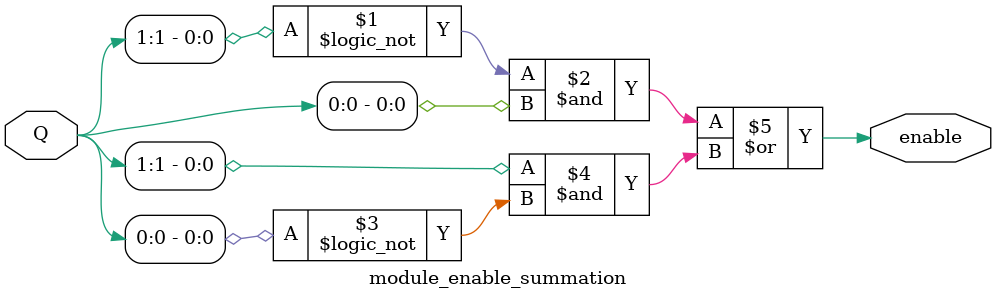
<source format=sv>
module module_enable_summation(Q, enable);
	
	input logic [1:0]  Q;
	output enable;
	
	assign enable = (!Q[1] & Q[0]) | (Q[1] & !Q[0]);


endmodule

</source>
